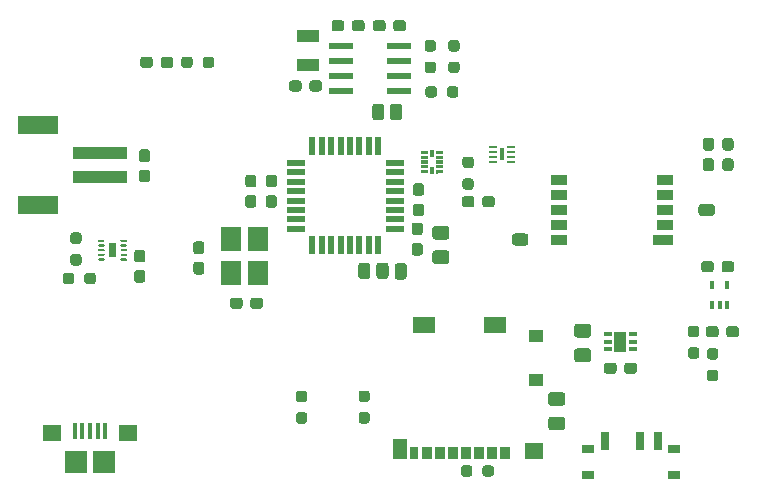
<source format=gbr>
%TF.GenerationSoftware,KiCad,Pcbnew,(5.1.9)-1*%
%TF.CreationDate,2021-01-19T18:40:37+01:00*%
%TF.ProjectId,Track-your-cat,54726163-6b2d-4796-9f75-722d6361742e,1*%
%TF.SameCoordinates,Original*%
%TF.FileFunction,Paste,Top*%
%TF.FilePolarity,Positive*%
%FSLAX46Y46*%
G04 Gerber Fmt 4.6, Leading zero omitted, Abs format (unit mm)*
G04 Created by KiCad (PCBNEW (5.1.9)-1) date 2021-01-19 18:40:37*
%MOMM*%
%LPD*%
G01*
G04 APERTURE LIST*
%ADD10C,0.010000*%
%ADD11C,0.100000*%
%ADD12R,1.200000X1.000000*%
%ADD13R,1.900000X1.350000*%
%ADD14R,1.170000X1.800000*%
%ADD15R,1.550000X1.350000*%
%ADD16R,0.750000X1.100000*%
%ADD17R,0.850000X1.100000*%
%ADD18R,0.450000X1.050000*%
%ADD19R,0.650000X0.200000*%
%ADD20R,1.676400X0.863600*%
%ADD21R,1.422400X0.863600*%
%ADD22R,1.900000X1.100000*%
%ADD23R,0.550000X1.500000*%
%ADD24R,1.500000X0.550000*%
%ADD25R,0.398780X0.749300*%
%ADD26R,4.599940X0.998220*%
%ADD27R,3.398520X1.597660*%
%ADD28R,1.000000X1.700000*%
%ADD29R,0.700000X0.350000*%
%ADD30R,2.000000X0.600000*%
%ADD31R,1.000000X0.800000*%
%ADD32R,0.700000X1.500000*%
%ADD33R,0.606066X0.192474*%
%ADD34R,1.800000X2.100000*%
%ADD35R,1.900000X1.900000*%
%ADD36R,1.600000X1.400000*%
%ADD37R,0.400000X1.350000*%
G04 APERTURE END LIST*
D10*
%TO.C,U3*%
G36*
X77650000Y-87200000D02*
G01*
X77300000Y-87200000D01*
X77300000Y-87300000D01*
X77150000Y-87300000D01*
X77150000Y-87000000D01*
X77650000Y-87000000D01*
X77650000Y-87200000D01*
G37*
X77650000Y-87200000D02*
X77300000Y-87200000D01*
X77300000Y-87300000D01*
X77150000Y-87300000D01*
X77150000Y-87000000D01*
X77650000Y-87000000D01*
X77650000Y-87200000D01*
G36*
X76900000Y-85800000D02*
G01*
X76700000Y-85800000D01*
X76700000Y-85300000D01*
X76900000Y-85300000D01*
X76900000Y-85800000D01*
G37*
X76900000Y-85800000D02*
X76700000Y-85800000D01*
X76700000Y-85300000D01*
X76900000Y-85300000D01*
X76900000Y-85800000D01*
G36*
X76900000Y-87300000D02*
G01*
X76700000Y-87300000D01*
X76700000Y-86800000D01*
X76900000Y-86800000D01*
X76900000Y-87300000D01*
G37*
X76900000Y-87300000D02*
X76700000Y-87300000D01*
X76700000Y-86800000D01*
X76900000Y-86800000D01*
X76900000Y-87300000D01*
G36*
X76450000Y-87200000D02*
G01*
X75950000Y-87200000D01*
X75950000Y-87000000D01*
X76450000Y-87000000D01*
X76450000Y-87200000D01*
G37*
X76450000Y-87200000D02*
X75950000Y-87200000D01*
X75950000Y-87000000D01*
X76450000Y-87000000D01*
X76450000Y-87200000D01*
G36*
X76450000Y-86800000D02*
G01*
X75950000Y-86800000D01*
X75950000Y-86600000D01*
X76450000Y-86600000D01*
X76450000Y-86800000D01*
G37*
X76450000Y-86800000D02*
X75950000Y-86800000D01*
X75950000Y-86600000D01*
X76450000Y-86600000D01*
X76450000Y-86800000D01*
G36*
X76450000Y-85600000D02*
G01*
X75950000Y-85600000D01*
X75950000Y-85400000D01*
X76450000Y-85400000D01*
X76450000Y-85600000D01*
G37*
X76450000Y-85600000D02*
X75950000Y-85600000D01*
X75950000Y-85400000D01*
X76450000Y-85400000D01*
X76450000Y-85600000D01*
G36*
X76450000Y-86000000D02*
G01*
X75950000Y-86000000D01*
X75950000Y-85800000D01*
X76450000Y-85800000D01*
X76450000Y-86000000D01*
G37*
X76450000Y-86000000D02*
X75950000Y-86000000D01*
X75950000Y-85800000D01*
X76450000Y-85800000D01*
X76450000Y-86000000D01*
G36*
X77650000Y-85600000D02*
G01*
X77150000Y-85600000D01*
X77150000Y-85400000D01*
X77650000Y-85400000D01*
X77650000Y-85600000D01*
G37*
X77650000Y-85600000D02*
X77150000Y-85600000D01*
X77150000Y-85400000D01*
X77650000Y-85400000D01*
X77650000Y-85600000D01*
G36*
X77650000Y-86000000D02*
G01*
X77150000Y-86000000D01*
X77150000Y-85800000D01*
X77650000Y-85800000D01*
X77650000Y-86000000D01*
G37*
X77650000Y-86000000D02*
X77150000Y-86000000D01*
X77150000Y-85800000D01*
X77650000Y-85800000D01*
X77650000Y-86000000D01*
G36*
X77650000Y-86800000D02*
G01*
X77150000Y-86800000D01*
X77150000Y-86600000D01*
X77650000Y-86600000D01*
X77650000Y-86800000D01*
G37*
X77650000Y-86800000D02*
X77150000Y-86800000D01*
X77150000Y-86600000D01*
X77650000Y-86600000D01*
X77650000Y-86800000D01*
G36*
X76450000Y-86400000D02*
G01*
X75950000Y-86400000D01*
X75950000Y-86200000D01*
X76450000Y-86200000D01*
X76450000Y-86400000D01*
G37*
X76450000Y-86400000D02*
X75950000Y-86400000D01*
X75950000Y-86200000D01*
X76450000Y-86200000D01*
X76450000Y-86400000D01*
G36*
X77650000Y-86400000D02*
G01*
X77150000Y-86400000D01*
X77150000Y-86200000D01*
X77650000Y-86200000D01*
X77650000Y-86400000D01*
G37*
X77650000Y-86400000D02*
X77150000Y-86400000D01*
X77150000Y-86200000D01*
X77650000Y-86200000D01*
X77650000Y-86400000D01*
D11*
%TO.C,U1*%
G36*
X49522799Y-93222799D02*
G01*
X50077199Y-93222799D01*
X50077199Y-94377199D01*
X49522799Y-94377199D01*
X49522799Y-93222799D01*
G37*
%TD*%
D12*
%TO.C,J3*%
X85639999Y-104800000D03*
X85639999Y-101100001D03*
D13*
X82140000Y-100125000D03*
X76170000Y-100125000D03*
D14*
X74145000Y-110600000D03*
D15*
X85465000Y-110825000D03*
D16*
X75354999Y-110950000D03*
D17*
X76405000Y-110950000D03*
X77505000Y-110950000D03*
X78605000Y-110950000D03*
X79705000Y-110950000D03*
X80805000Y-110950000D03*
X81905000Y-110950000D03*
X83005000Y-110950000D03*
%TD*%
D18*
%TO.C,IC1*%
X82800000Y-85700000D03*
D19*
X83550000Y-85100000D03*
X83550000Y-85500000D03*
X83550000Y-85900000D03*
X83550000Y-86300000D03*
X82050000Y-86300000D03*
X82050000Y-85900000D03*
X82050000Y-85500000D03*
X82050000Y-85100000D03*
%TD*%
D20*
%TO.C,GPS1*%
X96425800Y-92978200D03*
D21*
X96552800Y-91708200D03*
X96552800Y-90438200D03*
X96552800Y-89168200D03*
X96552800Y-87898200D03*
X87561200Y-92978200D03*
X87561200Y-91708200D03*
X87561200Y-89168200D03*
X87561200Y-87898200D03*
X87561200Y-90438200D03*
%TD*%
%TO.C,R10*%
G36*
G01*
X76937500Y-78812500D02*
X76462500Y-78812500D01*
G75*
G02*
X76225000Y-78575000I0J237500D01*
G01*
X76225000Y-78075000D01*
G75*
G02*
X76462500Y-77837500I237500J0D01*
G01*
X76937500Y-77837500D01*
G75*
G02*
X77175000Y-78075000I0J-237500D01*
G01*
X77175000Y-78575000D01*
G75*
G02*
X76937500Y-78812500I-237500J0D01*
G01*
G37*
G36*
G01*
X76937500Y-76987500D02*
X76462500Y-76987500D01*
G75*
G02*
X76225000Y-76750000I0J237500D01*
G01*
X76225000Y-76250000D01*
G75*
G02*
X76462500Y-76012500I237500J0D01*
G01*
X76937500Y-76012500D01*
G75*
G02*
X77175000Y-76250000I0J-237500D01*
G01*
X77175000Y-76750000D01*
G75*
G02*
X76937500Y-76987500I-237500J0D01*
G01*
G37*
%TD*%
D22*
%TO.C,Y2*%
X66350000Y-78150000D03*
X66350000Y-75650000D03*
%TD*%
D23*
%TO.C,U2*%
X66700000Y-85000000D03*
X67500000Y-85000000D03*
X68300000Y-85000000D03*
X69100000Y-85000000D03*
X69900000Y-85000000D03*
X70700000Y-85000000D03*
X71500000Y-85000000D03*
X72300000Y-85000000D03*
D24*
X73700000Y-86400000D03*
X73700000Y-87200000D03*
X73700000Y-88000000D03*
X73700000Y-88800000D03*
X73700000Y-89600000D03*
X73700000Y-90400000D03*
X73700000Y-91200000D03*
X73700000Y-92000000D03*
D23*
X72300000Y-93400000D03*
X71500000Y-93400000D03*
X70700000Y-93400000D03*
X69900000Y-93400000D03*
X69100000Y-93400000D03*
X68300000Y-93400000D03*
X67500000Y-93400000D03*
D24*
X65300000Y-92000000D03*
X65300000Y-91200000D03*
X65300000Y-90400000D03*
X65300000Y-89600000D03*
X65300000Y-88800000D03*
X65300000Y-88000000D03*
X65300000Y-87200000D03*
X65300000Y-86400000D03*
D23*
X66700000Y-93400000D03*
%TD*%
%TO.C,R8*%
G36*
G01*
X99237500Y-103000000D02*
X98762500Y-103000000D01*
G75*
G02*
X98525000Y-102762500I0J237500D01*
G01*
X98525000Y-102262500D01*
G75*
G02*
X98762500Y-102025000I237500J0D01*
G01*
X99237500Y-102025000D01*
G75*
G02*
X99475000Y-102262500I0J-237500D01*
G01*
X99475000Y-102762500D01*
G75*
G02*
X99237500Y-103000000I-237500J0D01*
G01*
G37*
G36*
G01*
X99237500Y-101175000D02*
X98762500Y-101175000D01*
G75*
G02*
X98525000Y-100937500I0J237500D01*
G01*
X98525000Y-100437500D01*
G75*
G02*
X98762500Y-100200000I237500J0D01*
G01*
X99237500Y-100200000D01*
G75*
G02*
X99475000Y-100437500I0J-237500D01*
G01*
X99475000Y-100937500D01*
G75*
G02*
X99237500Y-101175000I-237500J0D01*
G01*
G37*
%TD*%
%TO.C,C1*%
G36*
G01*
X89125000Y-100037500D02*
X90075000Y-100037500D01*
G75*
G02*
X90325000Y-100287500I0J-250000D01*
G01*
X90325000Y-100962500D01*
G75*
G02*
X90075000Y-101212500I-250000J0D01*
G01*
X89125000Y-101212500D01*
G75*
G02*
X88875000Y-100962500I0J250000D01*
G01*
X88875000Y-100287500D01*
G75*
G02*
X89125000Y-100037500I250000J0D01*
G01*
G37*
G36*
G01*
X89125000Y-102112500D02*
X90075000Y-102112500D01*
G75*
G02*
X90325000Y-102362500I0J-250000D01*
G01*
X90325000Y-103037500D01*
G75*
G02*
X90075000Y-103287500I-250000J0D01*
G01*
X89125000Y-103287500D01*
G75*
G02*
X88875000Y-103037500I0J250000D01*
G01*
X88875000Y-102362500D01*
G75*
G02*
X89125000Y-102112500I250000J0D01*
G01*
G37*
%TD*%
%TO.C,C2*%
G36*
G01*
X94200000Y-103562500D02*
X94200000Y-104037500D01*
G75*
G02*
X93962500Y-104275000I-237500J0D01*
G01*
X93362500Y-104275000D01*
G75*
G02*
X93125000Y-104037500I0J237500D01*
G01*
X93125000Y-103562500D01*
G75*
G02*
X93362500Y-103325000I237500J0D01*
G01*
X93962500Y-103325000D01*
G75*
G02*
X94200000Y-103562500I0J-237500D01*
G01*
G37*
G36*
G01*
X92475000Y-103562500D02*
X92475000Y-104037500D01*
G75*
G02*
X92237500Y-104275000I-237500J0D01*
G01*
X91637500Y-104275000D01*
G75*
G02*
X91400000Y-104037500I0J237500D01*
G01*
X91400000Y-103562500D01*
G75*
G02*
X91637500Y-103325000I237500J0D01*
G01*
X92237500Y-103325000D01*
G75*
G02*
X92475000Y-103562500I0J-237500D01*
G01*
G37*
%TD*%
%TO.C,C3*%
G36*
G01*
X77125000Y-91737500D02*
X78075000Y-91737500D01*
G75*
G02*
X78325000Y-91987500I0J-250000D01*
G01*
X78325000Y-92662500D01*
G75*
G02*
X78075000Y-92912500I-250000J0D01*
G01*
X77125000Y-92912500D01*
G75*
G02*
X76875000Y-92662500I0J250000D01*
G01*
X76875000Y-91987500D01*
G75*
G02*
X77125000Y-91737500I250000J0D01*
G01*
G37*
G36*
G01*
X77125000Y-93812500D02*
X78075000Y-93812500D01*
G75*
G02*
X78325000Y-94062500I0J-250000D01*
G01*
X78325000Y-94737500D01*
G75*
G02*
X78075000Y-94987500I-250000J0D01*
G01*
X77125000Y-94987500D01*
G75*
G02*
X76875000Y-94737500I0J250000D01*
G01*
X76875000Y-94062500D01*
G75*
G02*
X77125000Y-93812500I250000J0D01*
G01*
G37*
%TD*%
%TO.C,C4*%
G36*
G01*
X63487500Y-88487500D02*
X63012500Y-88487500D01*
G75*
G02*
X62775000Y-88250000I0J237500D01*
G01*
X62775000Y-87650000D01*
G75*
G02*
X63012500Y-87412500I237500J0D01*
G01*
X63487500Y-87412500D01*
G75*
G02*
X63725000Y-87650000I0J-237500D01*
G01*
X63725000Y-88250000D01*
G75*
G02*
X63487500Y-88487500I-237500J0D01*
G01*
G37*
G36*
G01*
X63487500Y-90212500D02*
X63012500Y-90212500D01*
G75*
G02*
X62775000Y-89975000I0J237500D01*
G01*
X62775000Y-89375000D01*
G75*
G02*
X63012500Y-89137500I237500J0D01*
G01*
X63487500Y-89137500D01*
G75*
G02*
X63725000Y-89375000I0J-237500D01*
G01*
X63725000Y-89975000D01*
G75*
G02*
X63487500Y-90212500I-237500J0D01*
G01*
G37*
%TD*%
%TO.C,C5*%
G36*
G01*
X61737500Y-90212500D02*
X61262500Y-90212500D01*
G75*
G02*
X61025000Y-89975000I0J237500D01*
G01*
X61025000Y-89375000D01*
G75*
G02*
X61262500Y-89137500I237500J0D01*
G01*
X61737500Y-89137500D01*
G75*
G02*
X61975000Y-89375000I0J-237500D01*
G01*
X61975000Y-89975000D01*
G75*
G02*
X61737500Y-90212500I-237500J0D01*
G01*
G37*
G36*
G01*
X61737500Y-88487500D02*
X61262500Y-88487500D01*
G75*
G02*
X61025000Y-88250000I0J237500D01*
G01*
X61025000Y-87650000D01*
G75*
G02*
X61262500Y-87412500I237500J0D01*
G01*
X61737500Y-87412500D01*
G75*
G02*
X61975000Y-87650000I0J-237500D01*
G01*
X61975000Y-88250000D01*
G75*
G02*
X61737500Y-88487500I-237500J0D01*
G01*
G37*
%TD*%
%TO.C,C6*%
G36*
G01*
X75362500Y-93187500D02*
X75837500Y-93187500D01*
G75*
G02*
X76075000Y-93425000I0J-237500D01*
G01*
X76075000Y-94025000D01*
G75*
G02*
X75837500Y-94262500I-237500J0D01*
G01*
X75362500Y-94262500D01*
G75*
G02*
X75125000Y-94025000I0J237500D01*
G01*
X75125000Y-93425000D01*
G75*
G02*
X75362500Y-93187500I237500J0D01*
G01*
G37*
G36*
G01*
X75362500Y-91462500D02*
X75837500Y-91462500D01*
G75*
G02*
X76075000Y-91700000I0J-237500D01*
G01*
X76075000Y-92300000D01*
G75*
G02*
X75837500Y-92537500I-237500J0D01*
G01*
X75362500Y-92537500D01*
G75*
G02*
X75125000Y-92300000I0J237500D01*
G01*
X75125000Y-91700000D01*
G75*
G02*
X75362500Y-91462500I237500J0D01*
G01*
G37*
%TD*%
%TO.C,C8*%
G36*
G01*
X53212500Y-77662500D02*
X53212500Y-78137500D01*
G75*
G02*
X52975000Y-78375000I-237500J0D01*
G01*
X52375000Y-78375000D01*
G75*
G02*
X52137500Y-78137500I0J237500D01*
G01*
X52137500Y-77662500D01*
G75*
G02*
X52375000Y-77425000I237500J0D01*
G01*
X52975000Y-77425000D01*
G75*
G02*
X53212500Y-77662500I0J-237500D01*
G01*
G37*
G36*
G01*
X54937500Y-77662500D02*
X54937500Y-78137500D01*
G75*
G02*
X54700000Y-78375000I-237500J0D01*
G01*
X54100000Y-78375000D01*
G75*
G02*
X53862500Y-78137500I0J237500D01*
G01*
X53862500Y-77662500D01*
G75*
G02*
X54100000Y-77425000I237500J0D01*
G01*
X54700000Y-77425000D01*
G75*
G02*
X54937500Y-77662500I0J-237500D01*
G01*
G37*
%TD*%
%TO.C,C9*%
G36*
G01*
X57337500Y-94137500D02*
X56862500Y-94137500D01*
G75*
G02*
X56625000Y-93900000I0J237500D01*
G01*
X56625000Y-93300000D01*
G75*
G02*
X56862500Y-93062500I237500J0D01*
G01*
X57337500Y-93062500D01*
G75*
G02*
X57575000Y-93300000I0J-237500D01*
G01*
X57575000Y-93900000D01*
G75*
G02*
X57337500Y-94137500I-237500J0D01*
G01*
G37*
G36*
G01*
X57337500Y-95862500D02*
X56862500Y-95862500D01*
G75*
G02*
X56625000Y-95625000I0J237500D01*
G01*
X56625000Y-95025000D01*
G75*
G02*
X56862500Y-94787500I237500J0D01*
G01*
X57337500Y-94787500D01*
G75*
G02*
X57575000Y-95025000I0J-237500D01*
G01*
X57575000Y-95625000D01*
G75*
G02*
X57337500Y-95862500I-237500J0D01*
G01*
G37*
%TD*%
%TO.C,C10*%
G36*
G01*
X62537500Y-98062500D02*
X62537500Y-98537500D01*
G75*
G02*
X62300000Y-98775000I-237500J0D01*
G01*
X61700000Y-98775000D01*
G75*
G02*
X61462500Y-98537500I0J237500D01*
G01*
X61462500Y-98062500D01*
G75*
G02*
X61700000Y-97825000I237500J0D01*
G01*
X62300000Y-97825000D01*
G75*
G02*
X62537500Y-98062500I0J-237500D01*
G01*
G37*
G36*
G01*
X60812500Y-98062500D02*
X60812500Y-98537500D01*
G75*
G02*
X60575000Y-98775000I-237500J0D01*
G01*
X59975000Y-98775000D01*
G75*
G02*
X59737500Y-98537500I0J237500D01*
G01*
X59737500Y-98062500D01*
G75*
G02*
X59975000Y-97825000I237500J0D01*
G01*
X60575000Y-97825000D01*
G75*
G02*
X60812500Y-98062500I0J-237500D01*
G01*
G37*
%TD*%
%TO.C,C11*%
G36*
G01*
X51862500Y-93762500D02*
X52337500Y-93762500D01*
G75*
G02*
X52575000Y-94000000I0J-237500D01*
G01*
X52575000Y-94600000D01*
G75*
G02*
X52337500Y-94837500I-237500J0D01*
G01*
X51862500Y-94837500D01*
G75*
G02*
X51625000Y-94600000I0J237500D01*
G01*
X51625000Y-94000000D01*
G75*
G02*
X51862500Y-93762500I237500J0D01*
G01*
G37*
G36*
G01*
X51862500Y-95487500D02*
X52337500Y-95487500D01*
G75*
G02*
X52575000Y-95725000I0J-237500D01*
G01*
X52575000Y-96325000D01*
G75*
G02*
X52337500Y-96562500I-237500J0D01*
G01*
X51862500Y-96562500D01*
G75*
G02*
X51625000Y-96325000I0J237500D01*
G01*
X51625000Y-95725000D01*
G75*
G02*
X51862500Y-95487500I237500J0D01*
G01*
G37*
%TD*%
%TO.C,C12*%
G36*
G01*
X75937500Y-90937500D02*
X75462500Y-90937500D01*
G75*
G02*
X75225000Y-90700000I0J237500D01*
G01*
X75225000Y-90100000D01*
G75*
G02*
X75462500Y-89862500I237500J0D01*
G01*
X75937500Y-89862500D01*
G75*
G02*
X76175000Y-90100000I0J-237500D01*
G01*
X76175000Y-90700000D01*
G75*
G02*
X75937500Y-90937500I-237500J0D01*
G01*
G37*
G36*
G01*
X75937500Y-89212500D02*
X75462500Y-89212500D01*
G75*
G02*
X75225000Y-88975000I0J237500D01*
G01*
X75225000Y-88375000D01*
G75*
G02*
X75462500Y-88137500I237500J0D01*
G01*
X75937500Y-88137500D01*
G75*
G02*
X76175000Y-88375000I0J-237500D01*
G01*
X76175000Y-88975000D01*
G75*
G02*
X75937500Y-89212500I-237500J0D01*
G01*
G37*
%TD*%
%TO.C,C13*%
G36*
G01*
X52262500Y-86987500D02*
X52737500Y-86987500D01*
G75*
G02*
X52975000Y-87225000I0J-237500D01*
G01*
X52975000Y-87825000D01*
G75*
G02*
X52737500Y-88062500I-237500J0D01*
G01*
X52262500Y-88062500D01*
G75*
G02*
X52025000Y-87825000I0J237500D01*
G01*
X52025000Y-87225000D01*
G75*
G02*
X52262500Y-86987500I237500J0D01*
G01*
G37*
G36*
G01*
X52262500Y-85262500D02*
X52737500Y-85262500D01*
G75*
G02*
X52975000Y-85500000I0J-237500D01*
G01*
X52975000Y-86100000D01*
G75*
G02*
X52737500Y-86337500I-237500J0D01*
G01*
X52262500Y-86337500D01*
G75*
G02*
X52025000Y-86100000I0J237500D01*
G01*
X52025000Y-85500000D01*
G75*
G02*
X52262500Y-85262500I237500J0D01*
G01*
G37*
%TD*%
%TO.C,C15*%
G36*
G01*
X80437500Y-89462500D02*
X80437500Y-89937500D01*
G75*
G02*
X80200000Y-90175000I-237500J0D01*
G01*
X79600000Y-90175000D01*
G75*
G02*
X79362500Y-89937500I0J237500D01*
G01*
X79362500Y-89462500D01*
G75*
G02*
X79600000Y-89225000I237500J0D01*
G01*
X80200000Y-89225000D01*
G75*
G02*
X80437500Y-89462500I0J-237500D01*
G01*
G37*
G36*
G01*
X82162500Y-89462500D02*
X82162500Y-89937500D01*
G75*
G02*
X81925000Y-90175000I-237500J0D01*
G01*
X81325000Y-90175000D01*
G75*
G02*
X81087500Y-89937500I0J237500D01*
G01*
X81087500Y-89462500D01*
G75*
G02*
X81325000Y-89225000I237500J0D01*
G01*
X81925000Y-89225000D01*
G75*
G02*
X82162500Y-89462500I0J-237500D01*
G01*
G37*
%TD*%
%TO.C,C16*%
G36*
G01*
X102137500Y-85375000D02*
X101662500Y-85375000D01*
G75*
G02*
X101425000Y-85137500I0J237500D01*
G01*
X101425000Y-84537500D01*
G75*
G02*
X101662500Y-84300000I237500J0D01*
G01*
X102137500Y-84300000D01*
G75*
G02*
X102375000Y-84537500I0J-237500D01*
G01*
X102375000Y-85137500D01*
G75*
G02*
X102137500Y-85375000I-237500J0D01*
G01*
G37*
G36*
G01*
X102137500Y-87100000D02*
X101662500Y-87100000D01*
G75*
G02*
X101425000Y-86862500I0J237500D01*
G01*
X101425000Y-86262500D01*
G75*
G02*
X101662500Y-86025000I237500J0D01*
G01*
X102137500Y-86025000D01*
G75*
G02*
X102375000Y-86262500I0J-237500D01*
G01*
X102375000Y-86862500D01*
G75*
G02*
X102137500Y-87100000I-237500J0D01*
G01*
G37*
%TD*%
%TO.C,C17*%
G36*
G01*
X100487500Y-85375000D02*
X100012500Y-85375000D01*
G75*
G02*
X99775000Y-85137500I0J237500D01*
G01*
X99775000Y-84537500D01*
G75*
G02*
X100012500Y-84300000I237500J0D01*
G01*
X100487500Y-84300000D01*
G75*
G02*
X100725000Y-84537500I0J-237500D01*
G01*
X100725000Y-85137500D01*
G75*
G02*
X100487500Y-85375000I-237500J0D01*
G01*
G37*
G36*
G01*
X100487500Y-87100000D02*
X100012500Y-87100000D01*
G75*
G02*
X99775000Y-86862500I0J237500D01*
G01*
X99775000Y-86262500D01*
G75*
G02*
X100012500Y-86025000I237500J0D01*
G01*
X100487500Y-86025000D01*
G75*
G02*
X100725000Y-86262500I0J-237500D01*
G01*
X100725000Y-86862500D01*
G75*
G02*
X100487500Y-87100000I-237500J0D01*
G01*
G37*
%TD*%
%TO.C,C18*%
G36*
G01*
X102837500Y-100462500D02*
X102837500Y-100937500D01*
G75*
G02*
X102600000Y-101175000I-237500J0D01*
G01*
X102000000Y-101175000D01*
G75*
G02*
X101762500Y-100937500I0J237500D01*
G01*
X101762500Y-100462500D01*
G75*
G02*
X102000000Y-100225000I237500J0D01*
G01*
X102600000Y-100225000D01*
G75*
G02*
X102837500Y-100462500I0J-237500D01*
G01*
G37*
G36*
G01*
X101112500Y-100462500D02*
X101112500Y-100937500D01*
G75*
G02*
X100875000Y-101175000I-237500J0D01*
G01*
X100275000Y-101175000D01*
G75*
G02*
X100037500Y-100937500I0J237500D01*
G01*
X100037500Y-100462500D01*
G75*
G02*
X100275000Y-100225000I237500J0D01*
G01*
X100875000Y-100225000D01*
G75*
G02*
X101112500Y-100462500I0J-237500D01*
G01*
G37*
%TD*%
%TO.C,C20*%
G36*
G01*
X71837500Y-75037500D02*
X71837500Y-74562500D01*
G75*
G02*
X72075000Y-74325000I237500J0D01*
G01*
X72675000Y-74325000D01*
G75*
G02*
X72912500Y-74562500I0J-237500D01*
G01*
X72912500Y-75037500D01*
G75*
G02*
X72675000Y-75275000I-237500J0D01*
G01*
X72075000Y-75275000D01*
G75*
G02*
X71837500Y-75037500I0J237500D01*
G01*
G37*
G36*
G01*
X73562500Y-75037500D02*
X73562500Y-74562500D01*
G75*
G02*
X73800000Y-74325000I237500J0D01*
G01*
X74400000Y-74325000D01*
G75*
G02*
X74637500Y-74562500I0J-237500D01*
G01*
X74637500Y-75037500D01*
G75*
G02*
X74400000Y-75275000I-237500J0D01*
G01*
X73800000Y-75275000D01*
G75*
G02*
X73562500Y-75037500I0J237500D01*
G01*
G37*
%TD*%
%TO.C,C21*%
G36*
G01*
X69412500Y-74562500D02*
X69412500Y-75037500D01*
G75*
G02*
X69175000Y-75275000I-237500J0D01*
G01*
X68575000Y-75275000D01*
G75*
G02*
X68337500Y-75037500I0J237500D01*
G01*
X68337500Y-74562500D01*
G75*
G02*
X68575000Y-74325000I237500J0D01*
G01*
X69175000Y-74325000D01*
G75*
G02*
X69412500Y-74562500I0J-237500D01*
G01*
G37*
G36*
G01*
X71137500Y-74562500D02*
X71137500Y-75037500D01*
G75*
G02*
X70900000Y-75275000I-237500J0D01*
G01*
X70300000Y-75275000D01*
G75*
G02*
X70062500Y-75037500I0J237500D01*
G01*
X70062500Y-74562500D01*
G75*
G02*
X70300000Y-74325000I237500J0D01*
G01*
X70900000Y-74325000D01*
G75*
G02*
X71137500Y-74562500I0J-237500D01*
G01*
G37*
%TD*%
%TO.C,C22*%
G36*
G01*
X64737500Y-80137500D02*
X64737500Y-79662500D01*
G75*
G02*
X64975000Y-79425000I237500J0D01*
G01*
X65575000Y-79425000D01*
G75*
G02*
X65812500Y-79662500I0J-237500D01*
G01*
X65812500Y-80137500D01*
G75*
G02*
X65575000Y-80375000I-237500J0D01*
G01*
X64975000Y-80375000D01*
G75*
G02*
X64737500Y-80137500I0J237500D01*
G01*
G37*
G36*
G01*
X66462500Y-80137500D02*
X66462500Y-79662500D01*
G75*
G02*
X66700000Y-79425000I237500J0D01*
G01*
X67300000Y-79425000D01*
G75*
G02*
X67537500Y-79662500I0J-237500D01*
G01*
X67537500Y-80137500D01*
G75*
G02*
X67300000Y-80375000I-237500J0D01*
G01*
X66700000Y-80375000D01*
G75*
G02*
X66462500Y-80137500I0J237500D01*
G01*
G37*
%TD*%
%TO.C,C23*%
G36*
G01*
X86925000Y-107887500D02*
X87875000Y-107887500D01*
G75*
G02*
X88125000Y-108137500I0J-250000D01*
G01*
X88125000Y-108812500D01*
G75*
G02*
X87875000Y-109062500I-250000J0D01*
G01*
X86925000Y-109062500D01*
G75*
G02*
X86675000Y-108812500I0J250000D01*
G01*
X86675000Y-108137500D01*
G75*
G02*
X86925000Y-107887500I250000J0D01*
G01*
G37*
G36*
G01*
X86925000Y-105812500D02*
X87875000Y-105812500D01*
G75*
G02*
X88125000Y-106062500I0J-250000D01*
G01*
X88125000Y-106737500D01*
G75*
G02*
X87875000Y-106987500I-250000J0D01*
G01*
X86925000Y-106987500D01*
G75*
G02*
X86675000Y-106737500I0J250000D01*
G01*
X86675000Y-106062500D01*
G75*
G02*
X86925000Y-105812500I250000J0D01*
G01*
G37*
%TD*%
D25*
%TO.C,IC2*%
X100552300Y-98422960D03*
X101200000Y-98422960D03*
X101847700Y-98422960D03*
X101847700Y-96777040D03*
X100552300Y-96777040D03*
%TD*%
D26*
%TO.C,J1*%
X48698240Y-87598220D03*
X48698240Y-85601780D03*
D27*
X43501400Y-89998520D03*
X43501400Y-83201480D03*
%TD*%
D28*
%TO.C,LDO1*%
X92800000Y-101550000D03*
D29*
X93850000Y-100900000D03*
X93850000Y-101550000D03*
X93850000Y-102200000D03*
X91750000Y-102200000D03*
X91750000Y-101550000D03*
X91750000Y-100900000D03*
%TD*%
%TO.C,R1*%
G36*
G01*
X56575000Y-77662500D02*
X56575000Y-78137500D01*
G75*
G02*
X56337500Y-78375000I-237500J0D01*
G01*
X55837500Y-78375000D01*
G75*
G02*
X55600000Y-78137500I0J237500D01*
G01*
X55600000Y-77662500D01*
G75*
G02*
X55837500Y-77425000I237500J0D01*
G01*
X56337500Y-77425000D01*
G75*
G02*
X56575000Y-77662500I0J-237500D01*
G01*
G37*
G36*
G01*
X58400000Y-77662500D02*
X58400000Y-78137500D01*
G75*
G02*
X58162500Y-78375000I-237500J0D01*
G01*
X57662500Y-78375000D01*
G75*
G02*
X57425000Y-78137500I0J237500D01*
G01*
X57425000Y-77662500D01*
G75*
G02*
X57662500Y-77425000I237500J0D01*
G01*
X58162500Y-77425000D01*
G75*
G02*
X58400000Y-77662500I0J-237500D01*
G01*
G37*
%TD*%
%TO.C,R2*%
G36*
G01*
X46462500Y-94125000D02*
X46937500Y-94125000D01*
G75*
G02*
X47175000Y-94362500I0J-237500D01*
G01*
X47175000Y-94862500D01*
G75*
G02*
X46937500Y-95100000I-237500J0D01*
G01*
X46462500Y-95100000D01*
G75*
G02*
X46225000Y-94862500I0J237500D01*
G01*
X46225000Y-94362500D01*
G75*
G02*
X46462500Y-94125000I237500J0D01*
G01*
G37*
G36*
G01*
X46462500Y-92300000D02*
X46937500Y-92300000D01*
G75*
G02*
X47175000Y-92537500I0J-237500D01*
G01*
X47175000Y-93037500D01*
G75*
G02*
X46937500Y-93275000I-237500J0D01*
G01*
X46462500Y-93275000D01*
G75*
G02*
X46225000Y-93037500I0J237500D01*
G01*
X46225000Y-92537500D01*
G75*
G02*
X46462500Y-92300000I237500J0D01*
G01*
G37*
%TD*%
%TO.C,R3*%
G36*
G01*
X48387500Y-95962500D02*
X48387500Y-96437500D01*
G75*
G02*
X48150000Y-96675000I-237500J0D01*
G01*
X47650000Y-96675000D01*
G75*
G02*
X47412500Y-96437500I0J237500D01*
G01*
X47412500Y-95962500D01*
G75*
G02*
X47650000Y-95725000I237500J0D01*
G01*
X48150000Y-95725000D01*
G75*
G02*
X48387500Y-95962500I0J-237500D01*
G01*
G37*
G36*
G01*
X46562500Y-95962500D02*
X46562500Y-96437500D01*
G75*
G02*
X46325000Y-96675000I-237500J0D01*
G01*
X45825000Y-96675000D01*
G75*
G02*
X45587500Y-96437500I0J237500D01*
G01*
X45587500Y-95962500D01*
G75*
G02*
X45825000Y-95725000I237500J0D01*
G01*
X46325000Y-95725000D01*
G75*
G02*
X46562500Y-95962500I0J-237500D01*
G01*
G37*
%TD*%
%TO.C,R4*%
G36*
G01*
X66037500Y-108487500D02*
X65562500Y-108487500D01*
G75*
G02*
X65325000Y-108250000I0J237500D01*
G01*
X65325000Y-107750000D01*
G75*
G02*
X65562500Y-107512500I237500J0D01*
G01*
X66037500Y-107512500D01*
G75*
G02*
X66275000Y-107750000I0J-237500D01*
G01*
X66275000Y-108250000D01*
G75*
G02*
X66037500Y-108487500I-237500J0D01*
G01*
G37*
G36*
G01*
X66037500Y-106662500D02*
X65562500Y-106662500D01*
G75*
G02*
X65325000Y-106425000I0J237500D01*
G01*
X65325000Y-105925000D01*
G75*
G02*
X65562500Y-105687500I237500J0D01*
G01*
X66037500Y-105687500D01*
G75*
G02*
X66275000Y-105925000I0J-237500D01*
G01*
X66275000Y-106425000D01*
G75*
G02*
X66037500Y-106662500I-237500J0D01*
G01*
G37*
%TD*%
%TO.C,R5*%
G36*
G01*
X71337500Y-106662500D02*
X70862500Y-106662500D01*
G75*
G02*
X70625000Y-106425000I0J237500D01*
G01*
X70625000Y-105925000D01*
G75*
G02*
X70862500Y-105687500I237500J0D01*
G01*
X71337500Y-105687500D01*
G75*
G02*
X71575000Y-105925000I0J-237500D01*
G01*
X71575000Y-106425000D01*
G75*
G02*
X71337500Y-106662500I-237500J0D01*
G01*
G37*
G36*
G01*
X71337500Y-108487500D02*
X70862500Y-108487500D01*
G75*
G02*
X70625000Y-108250000I0J237500D01*
G01*
X70625000Y-107750000D01*
G75*
G02*
X70862500Y-107512500I237500J0D01*
G01*
X71337500Y-107512500D01*
G75*
G02*
X71575000Y-107750000I0J-237500D01*
G01*
X71575000Y-108250000D01*
G75*
G02*
X71337500Y-108487500I-237500J0D01*
G01*
G37*
%TD*%
%TO.C,R6*%
G36*
G01*
X100362500Y-103912500D02*
X100837500Y-103912500D01*
G75*
G02*
X101075000Y-104150000I0J-237500D01*
G01*
X101075000Y-104650000D01*
G75*
G02*
X100837500Y-104887500I-237500J0D01*
G01*
X100362500Y-104887500D01*
G75*
G02*
X100125000Y-104650000I0J237500D01*
G01*
X100125000Y-104150000D01*
G75*
G02*
X100362500Y-103912500I237500J0D01*
G01*
G37*
G36*
G01*
X100362500Y-102087500D02*
X100837500Y-102087500D01*
G75*
G02*
X101075000Y-102325000I0J-237500D01*
G01*
X101075000Y-102825000D01*
G75*
G02*
X100837500Y-103062500I-237500J0D01*
G01*
X100362500Y-103062500D01*
G75*
G02*
X100125000Y-102825000I0J237500D01*
G01*
X100125000Y-102325000D01*
G75*
G02*
X100362500Y-102087500I237500J0D01*
G01*
G37*
%TD*%
%TO.C,R7*%
G36*
G01*
X80137500Y-88687500D02*
X79662500Y-88687500D01*
G75*
G02*
X79425000Y-88450000I0J237500D01*
G01*
X79425000Y-87950000D01*
G75*
G02*
X79662500Y-87712500I237500J0D01*
G01*
X80137500Y-87712500D01*
G75*
G02*
X80375000Y-87950000I0J-237500D01*
G01*
X80375000Y-88450000D01*
G75*
G02*
X80137500Y-88687500I-237500J0D01*
G01*
G37*
G36*
G01*
X80137500Y-86862500D02*
X79662500Y-86862500D01*
G75*
G02*
X79425000Y-86625000I0J237500D01*
G01*
X79425000Y-86125000D01*
G75*
G02*
X79662500Y-85887500I237500J0D01*
G01*
X80137500Y-85887500D01*
G75*
G02*
X80375000Y-86125000I0J-237500D01*
G01*
X80375000Y-86625000D01*
G75*
G02*
X80137500Y-86862500I-237500J0D01*
G01*
G37*
%TD*%
%TO.C,R9*%
G36*
G01*
X82087500Y-112262500D02*
X82087500Y-112737500D01*
G75*
G02*
X81850000Y-112975000I-237500J0D01*
G01*
X81350000Y-112975000D01*
G75*
G02*
X81112500Y-112737500I0J237500D01*
G01*
X81112500Y-112262500D01*
G75*
G02*
X81350000Y-112025000I237500J0D01*
G01*
X81850000Y-112025000D01*
G75*
G02*
X82087500Y-112262500I0J-237500D01*
G01*
G37*
G36*
G01*
X80262500Y-112262500D02*
X80262500Y-112737500D01*
G75*
G02*
X80025000Y-112975000I-237500J0D01*
G01*
X79525000Y-112975000D01*
G75*
G02*
X79287500Y-112737500I0J237500D01*
G01*
X79287500Y-112262500D01*
G75*
G02*
X79525000Y-112025000I237500J0D01*
G01*
X80025000Y-112025000D01*
G75*
G02*
X80262500Y-112262500I0J-237500D01*
G01*
G37*
%TD*%
%TO.C,R11*%
G36*
G01*
X78937500Y-78812500D02*
X78462500Y-78812500D01*
G75*
G02*
X78225000Y-78575000I0J237500D01*
G01*
X78225000Y-78075000D01*
G75*
G02*
X78462500Y-77837500I237500J0D01*
G01*
X78937500Y-77837500D01*
G75*
G02*
X79175000Y-78075000I0J-237500D01*
G01*
X79175000Y-78575000D01*
G75*
G02*
X78937500Y-78812500I-237500J0D01*
G01*
G37*
G36*
G01*
X78937500Y-76987500D02*
X78462500Y-76987500D01*
G75*
G02*
X78225000Y-76750000I0J237500D01*
G01*
X78225000Y-76250000D01*
G75*
G02*
X78462500Y-76012500I237500J0D01*
G01*
X78937500Y-76012500D01*
G75*
G02*
X79175000Y-76250000I0J-237500D01*
G01*
X79175000Y-76750000D01*
G75*
G02*
X78937500Y-76987500I-237500J0D01*
G01*
G37*
%TD*%
%TO.C,R12*%
G36*
G01*
X78112500Y-80637500D02*
X78112500Y-80162500D01*
G75*
G02*
X78350000Y-79925000I237500J0D01*
G01*
X78850000Y-79925000D01*
G75*
G02*
X79087500Y-80162500I0J-237500D01*
G01*
X79087500Y-80637500D01*
G75*
G02*
X78850000Y-80875000I-237500J0D01*
G01*
X78350000Y-80875000D01*
G75*
G02*
X78112500Y-80637500I0J237500D01*
G01*
G37*
G36*
G01*
X76287500Y-80637500D02*
X76287500Y-80162500D01*
G75*
G02*
X76525000Y-79925000I237500J0D01*
G01*
X77025000Y-79925000D01*
G75*
G02*
X77262500Y-80162500I0J-237500D01*
G01*
X77262500Y-80637500D01*
G75*
G02*
X77025000Y-80875000I-237500J0D01*
G01*
X76525000Y-80875000D01*
G75*
G02*
X76287500Y-80637500I0J237500D01*
G01*
G37*
%TD*%
D30*
%TO.C,RTC1*%
X69150000Y-76495000D03*
X69150000Y-77765000D03*
X69150000Y-80305000D03*
X74050000Y-80305000D03*
X74050000Y-79035000D03*
X74050000Y-77765000D03*
X74050000Y-76495000D03*
X69150000Y-79035000D03*
%TD*%
D31*
%TO.C,SW1*%
X97350000Y-110600000D03*
X97350000Y-112800000D03*
X90050000Y-112800000D03*
X90050000Y-110600000D03*
D32*
X95950000Y-109950000D03*
X94450000Y-109950000D03*
X91450000Y-109950000D03*
%TD*%
%TO.C,U1*%
G36*
G01*
X50450000Y-93000000D02*
X50450000Y-93000000D01*
G75*
G02*
X50546237Y-92903763I96237J0D01*
G01*
X50959829Y-92903763D01*
G75*
G02*
X51056066Y-93000000I0J-96237D01*
G01*
X51056066Y-93000000D01*
G75*
G02*
X50959829Y-93096237I-96237J0D01*
G01*
X50546237Y-93096237D01*
G75*
G02*
X50450000Y-93000000I0J96237D01*
G01*
G37*
G36*
G01*
X50450000Y-93400000D02*
X50450000Y-93400000D01*
G75*
G02*
X50546237Y-93303763I96237J0D01*
G01*
X50959829Y-93303763D01*
G75*
G02*
X51056066Y-93400000I0J-96237D01*
G01*
X51056066Y-93400000D01*
G75*
G02*
X50959829Y-93496237I-96237J0D01*
G01*
X50546237Y-93496237D01*
G75*
G02*
X50450000Y-93400000I0J96237D01*
G01*
G37*
G36*
G01*
X50450000Y-93800000D02*
X50450000Y-93800000D01*
G75*
G02*
X50546237Y-93703763I96237J0D01*
G01*
X50959829Y-93703763D01*
G75*
G02*
X51056066Y-93800000I0J-96237D01*
G01*
X51056066Y-93800000D01*
G75*
G02*
X50959829Y-93896237I-96237J0D01*
G01*
X50546237Y-93896237D01*
G75*
G02*
X50450000Y-93800000I0J96237D01*
G01*
G37*
G36*
G01*
X50450000Y-94200000D02*
X50450000Y-94200000D01*
G75*
G02*
X50546237Y-94103763I96237J0D01*
G01*
X50959829Y-94103763D01*
G75*
G02*
X51056066Y-94200000I0J-96237D01*
G01*
X51056066Y-94200000D01*
G75*
G02*
X50959829Y-94296237I-96237J0D01*
G01*
X50546237Y-94296237D01*
G75*
G02*
X50450000Y-94200000I0J96237D01*
G01*
G37*
G36*
G01*
X50450000Y-94600000D02*
X50450000Y-94600000D01*
G75*
G02*
X50546237Y-94503763I96237J0D01*
G01*
X50959829Y-94503763D01*
G75*
G02*
X51056066Y-94600000I0J-96237D01*
G01*
X51056066Y-94600000D01*
G75*
G02*
X50959829Y-94696237I-96237J0D01*
G01*
X50546237Y-94696237D01*
G75*
G02*
X50450000Y-94600000I0J96237D01*
G01*
G37*
G36*
G01*
X48543934Y-94600000D02*
X48543934Y-94600000D01*
G75*
G02*
X48640171Y-94503763I96237J0D01*
G01*
X49053763Y-94503763D01*
G75*
G02*
X49150000Y-94600000I0J-96237D01*
G01*
X49150000Y-94600000D01*
G75*
G02*
X49053763Y-94696237I-96237J0D01*
G01*
X48640171Y-94696237D01*
G75*
G02*
X48543934Y-94600000I0J96237D01*
G01*
G37*
G36*
G01*
X48543934Y-94200000D02*
X48543934Y-94200000D01*
G75*
G02*
X48640171Y-94103763I96237J0D01*
G01*
X49053763Y-94103763D01*
G75*
G02*
X49150000Y-94200000I0J-96237D01*
G01*
X49150000Y-94200000D01*
G75*
G02*
X49053763Y-94296237I-96237J0D01*
G01*
X48640171Y-94296237D01*
G75*
G02*
X48543934Y-94200000I0J96237D01*
G01*
G37*
G36*
G01*
X48543934Y-93800000D02*
X48543934Y-93800000D01*
G75*
G02*
X48640171Y-93703763I96237J0D01*
G01*
X49053763Y-93703763D01*
G75*
G02*
X49150000Y-93800000I0J-96237D01*
G01*
X49150000Y-93800000D01*
G75*
G02*
X49053763Y-93896237I-96237J0D01*
G01*
X48640171Y-93896237D01*
G75*
G02*
X48543934Y-93800000I0J96237D01*
G01*
G37*
G36*
G01*
X48543934Y-93400000D02*
X48543934Y-93400000D01*
G75*
G02*
X48640171Y-93303763I96237J0D01*
G01*
X49053763Y-93303763D01*
G75*
G02*
X49150000Y-93400000I0J-96237D01*
G01*
X49150000Y-93400000D01*
G75*
G02*
X49053763Y-93496237I-96237J0D01*
G01*
X48640171Y-93496237D01*
G75*
G02*
X48543934Y-93400000I0J96237D01*
G01*
G37*
D33*
X48846967Y-93000000D03*
%TD*%
%TO.C,U4*%
G36*
G01*
X71787500Y-82550002D02*
X71787500Y-81649998D01*
G75*
G02*
X72037498Y-81400000I249998J0D01*
G01*
X72562502Y-81400000D01*
G75*
G02*
X72812500Y-81649998I0J-249998D01*
G01*
X72812500Y-82550002D01*
G75*
G02*
X72562502Y-82800000I-249998J0D01*
G01*
X72037498Y-82800000D01*
G75*
G02*
X71787500Y-82550002I0J249998D01*
G01*
G37*
%TD*%
%TO.C,U5*%
G36*
G01*
X74312500Y-81649998D02*
X74312500Y-82550002D01*
G75*
G02*
X74062502Y-82800000I-249998J0D01*
G01*
X73537498Y-82800000D01*
G75*
G02*
X73287500Y-82550002I0J249998D01*
G01*
X73287500Y-81649998D01*
G75*
G02*
X73537498Y-81400000I249998J0D01*
G01*
X74062502Y-81400000D01*
G75*
G02*
X74312500Y-81649998I0J-249998D01*
G01*
G37*
%TD*%
%TO.C,U6*%
G36*
G01*
X70587500Y-96000002D02*
X70587500Y-95099998D01*
G75*
G02*
X70837498Y-94850000I249998J0D01*
G01*
X71362502Y-94850000D01*
G75*
G02*
X71612500Y-95099998I0J-249998D01*
G01*
X71612500Y-96000002D01*
G75*
G02*
X71362502Y-96250000I-249998J0D01*
G01*
X70837498Y-96250000D01*
G75*
G02*
X70587500Y-96000002I0J249998D01*
G01*
G37*
%TD*%
%TO.C,U7*%
G36*
G01*
X72137500Y-96000002D02*
X72137500Y-95099998D01*
G75*
G02*
X72387498Y-94850000I249998J0D01*
G01*
X72912502Y-94850000D01*
G75*
G02*
X73162500Y-95099998I0J-249998D01*
G01*
X73162500Y-96000002D01*
G75*
G02*
X72912502Y-96250000I-249998J0D01*
G01*
X72387498Y-96250000D01*
G75*
G02*
X72137500Y-96000002I0J249998D01*
G01*
G37*
%TD*%
%TO.C,U8*%
G36*
G01*
X73687500Y-96050002D02*
X73687500Y-95149998D01*
G75*
G02*
X73937498Y-94900000I249998J0D01*
G01*
X74462502Y-94900000D01*
G75*
G02*
X74712500Y-95149998I0J-249998D01*
G01*
X74712500Y-96050002D01*
G75*
G02*
X74462502Y-96300000I-249998J0D01*
G01*
X73937498Y-96300000D01*
G75*
G02*
X73687500Y-96050002I0J249998D01*
G01*
G37*
%TD*%
%TO.C,U9*%
G36*
G01*
X99649998Y-89887500D02*
X100550002Y-89887500D01*
G75*
G02*
X100800000Y-90137498I0J-249998D01*
G01*
X100800000Y-90662502D01*
G75*
G02*
X100550002Y-90912500I-249998J0D01*
G01*
X99649998Y-90912500D01*
G75*
G02*
X99400000Y-90662502I0J249998D01*
G01*
X99400000Y-90137498D01*
G75*
G02*
X99649998Y-89887500I249998J0D01*
G01*
G37*
%TD*%
%TO.C,U10*%
G36*
G01*
X83849998Y-92387500D02*
X84750002Y-92387500D01*
G75*
G02*
X85000000Y-92637498I0J-249998D01*
G01*
X85000000Y-93162502D01*
G75*
G02*
X84750002Y-93412500I-249998J0D01*
G01*
X83849998Y-93412500D01*
G75*
G02*
X83600000Y-93162502I0J249998D01*
G01*
X83600000Y-92637498D01*
G75*
G02*
X83849998Y-92387500I249998J0D01*
G01*
G37*
%TD*%
D34*
%TO.C,Y1*%
X59850000Y-95750000D03*
X59850000Y-92850000D03*
X62150000Y-92850000D03*
X62150000Y-95750000D03*
%TD*%
D35*
%TO.C,J2*%
X49100000Y-111750000D03*
X46700000Y-111750000D03*
D36*
X51100000Y-109300000D03*
X44700000Y-109300000D03*
D37*
X49200000Y-109075000D03*
X48550000Y-109075000D03*
X47900000Y-109075000D03*
X47250000Y-109075000D03*
X46600000Y-109075000D03*
%TD*%
%TO.C,C19*%
G36*
G01*
X99637500Y-95437500D02*
X99637500Y-94962500D01*
G75*
G02*
X99875000Y-94725000I237500J0D01*
G01*
X100475000Y-94725000D01*
G75*
G02*
X100712500Y-94962500I0J-237500D01*
G01*
X100712500Y-95437500D01*
G75*
G02*
X100475000Y-95675000I-237500J0D01*
G01*
X99875000Y-95675000D01*
G75*
G02*
X99637500Y-95437500I0J237500D01*
G01*
G37*
G36*
G01*
X101362500Y-95437500D02*
X101362500Y-94962500D01*
G75*
G02*
X101600000Y-94725000I237500J0D01*
G01*
X102200000Y-94725000D01*
G75*
G02*
X102437500Y-94962500I0J-237500D01*
G01*
X102437500Y-95437500D01*
G75*
G02*
X102200000Y-95675000I-237500J0D01*
G01*
X101600000Y-95675000D01*
G75*
G02*
X101362500Y-95437500I0J237500D01*
G01*
G37*
%TD*%
M02*

</source>
